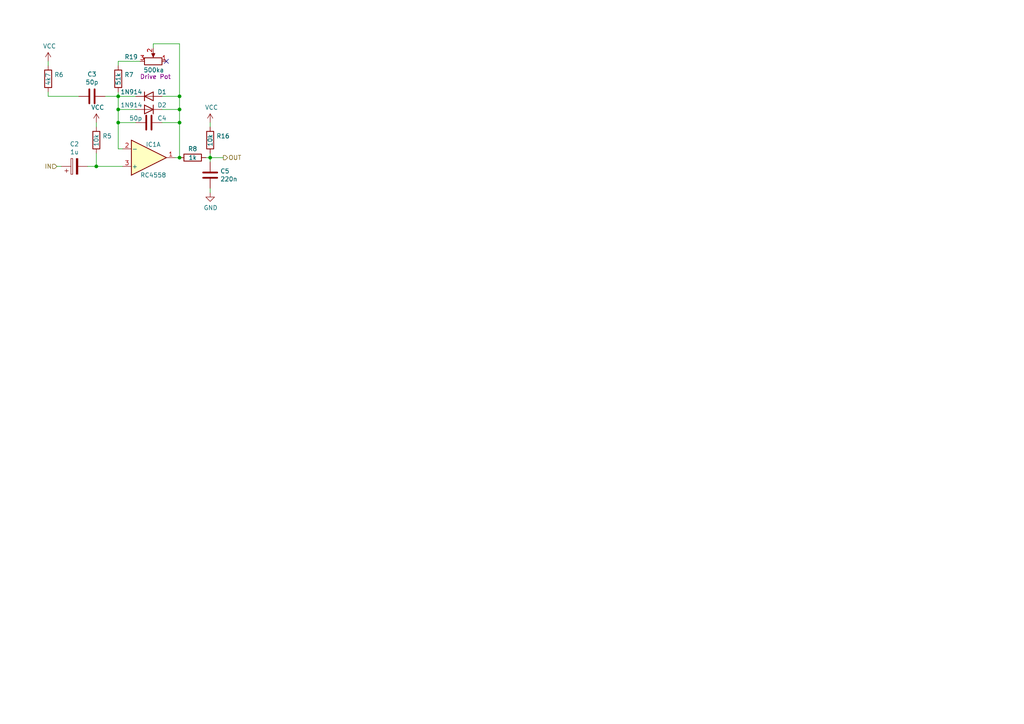
<source format=kicad_sch>
(kicad_sch (version 20211123) (generator eeschema)
  (paper "A4")
  (title_block (title "Screaming Panda Guitar Pedal") (date "2021-08-08") (rev "1v0") (company "John McAvoy"))
  (lib_symbols
    (symbol "Amplifier_Operational:RC4558" (pin_names (offset 0.127))
      (property "Reference" "U" (at 0 5.08 0))
      (property "Value" "RC4558" (at 0 -5.08 0))
      (symbol "RC4558_1_1"
        (polyline (pts (xy -5.08 5.08) (xy 5.08 0) (xy -5.08 -5.08) (xy -5.08 5.08)) (stroke (width 0.254)) (fill (type background)))
        (pin output line (at 7.62 0 180) (length 2.54) (name "~") (number "1"))
        (pin input line (at -7.62 -2.54 0) (length 2.54) (name "-") (number "2"))
        (pin input line (at -7.62 2.54 0) (length 2.54) (name "+") (number "3"))
      )
      (symbol "RC4558_2_1"
        (polyline (pts (xy -5.08 5.08) (xy 5.08 0) (xy -5.08 -5.08) (xy -5.08 5.08)) (stroke (width 0.254)) (fill (type background)))
        (pin input line (at -7.62 2.54 0) (length 2.54) (name "+") (number "5"))
        (pin input line (at -7.62 -2.54 0) (length 2.54) (name "-") (number "6"))
        (pin output line (at 7.62 0 180) (length 2.54) (name "~") (number "7"))
      )
      (symbol "RC4558_3_1"
        (pin power_in line (at -2.54 -7.62 90) (length 3.81) (name "V-") (number "4"))
        (pin power_in line (at -2.54 7.62 270) (length 3.81) (name "V+") (number "8"))
      )
    )
    (symbol "Device:C" (pin_numbers hide) (pin_names (offset 0.254))
      (property "Reference" "C" (at 0.635 2.54 0))
      (property "Value" "C" (at 0.635 -2.54 0))
      (symbol "C_0_1"
        (polyline (pts (xy -2.032 -0.762) (xy 2.032 -0.762)) (stroke (width 0.508)))
        (polyline (pts (xy -2.032 0.762) (xy 2.032 0.762)) (stroke (width 0.508)))
      )
      (symbol "C_1_1"
        (pin passive line (at 0 3.81 270) (length 2.794) (name "~") (number "1"))
        (pin passive line (at 0 -3.81 90) (length 2.794) (name "~") (number "2"))
      )
    )
    (symbol "Device:CP" (pin_numbers hide) (pin_names (offset 0.254))
      (property "Reference" "C" (at 0.635 2.54 0))
      (property "Value" "Device_CP" (at 0.635 -2.54 0))
      (symbol "CP_0_1"
        (rectangle (start -2.286 0.508) (end 2.286 1.016))
        (polyline (pts (xy -1.778 2.286) (xy -0.762 2.286)))
        (polyline (pts (xy -1.27 2.794) (xy -1.27 1.778)))
        (rectangle (start 2.286 -0.508) (end -2.286 -1.016) (fill (type outline)))
      )
      (symbol "CP_1_1"
        (pin passive line (at 0 3.81 270) (length 2.794) (name "~") (number "1"))
        (pin passive line (at 0 -3.81 90) (length 2.794) (name "~") (number "2"))
      )
    )
    (symbol "Device:R" (pin_numbers hide) (pin_names (offset 0))
      (property "Reference" "R" (at 2.032 0 90))
      (property "Value" "R" (at 0 0 90))
      (symbol "R_0_1"
        (rectangle (start -1.016 -2.54) (end 1.016 2.54) (stroke (width 0.254)))
      )
      (symbol "R_1_1"
        (pin passive line (at 0 3.81 270) (length 1.27) (name "~") (number "1"))
        (pin passive line (at 0 -3.81 90) (length 1.27) (name "~") (number "2"))
      )
    )
    (symbol "Device:R_POT" (pin_names (offset 1.016) hide)
      (property "Reference" "RV" (at -4.445 0 90))
      (property "Value" "Device_R_POT" (at -2.54 0 90))
      (symbol "R_POT_0_1"
        (polyline (pts (xy 2.54 0) (xy 1.524 0)))
        (polyline (pts (xy 1.143 0) (xy 2.286 0.508) (xy 2.286 -0.508) (xy 1.143 0)) (fill (type outline)))
        (rectangle (start 1.016 2.54) (end -1.016 -2.54) (stroke (width 0.254)))
      )
      (symbol "R_POT_1_1"
        (pin passive line (at 0 3.81 270) (length 1.27) (name "1") (number "1"))
        (pin passive line (at 3.81 0 180) (length 1.27) (name "2") (number "2"))
        (pin passive line (at 0 -3.81 90) (length 1.27) (name "3") (number "3"))
      )
    )
    (symbol "Diode:1N914" (pin_numbers hide) (pin_names (offset 1.016) hide)
      (property "Reference" "D" (at 0 2.54 0))
      (property "Value" "1N914" (at 0 -2.54 0))
      (symbol "1N914_0_1"
        (polyline (pts (xy -1.27 1.27) (xy -1.27 -1.27)) (stroke (width 0.254)))
        (polyline (pts (xy 1.27 0) (xy -1.27 0)))
        (polyline (pts (xy 1.27 1.27) (xy 1.27 -1.27) (xy -1.27 0) (xy 1.27 1.27)) (stroke (width 0.254)))
      )
      (symbol "1N914_1_1"
        (pin passive line (at -3.81 0 0) (length 2.54) (name "K") (number "1"))
        (pin passive line (at 3.81 0 180) (length 2.54) (name "A") (number "2"))
      )
    )
    (symbol "power:GND" (power) (pin_names (offset 0))
      (property "Value" "GND" (at 0 -3.81 0))
      (symbol "GND_0_1"
        (polyline (pts (xy 0 0) (xy 0 -1.27) (xy 1.27 -1.27) (xy 0 -2.54) (xy -1.27 -1.27) (xy 0 -1.27)))
      )
      (symbol "GND_1_1"
        (pin power_in line (at 0 0 270) (length 0) hide (name "GND") (number "1"))
      )
    )
    (symbol "power:VCC" (power) (pin_names (offset 0))
      (property "Value" "VCC" (at 0 3.81 0))
      (symbol "VCC_0_1"
        (polyline (pts (xy -0.762 1.27) (xy 0 2.54)))
        (polyline (pts (xy 0 0) (xy 0 2.54)))
        (polyline (pts (xy 0 2.54) (xy 0.762 1.27)))
      )
      (symbol "VCC_1_1"
        (pin power_in line (at 0 0 90) (length 0) hide (name "VCC") (number "1"))
      )
    )
  )
  (junction (at 52.07 31.75))
  (junction (at 52.07 45.72))
  (junction (at 27.94 48.26))
  (junction (at 52.07 35.56))
  (junction (at 60.96 45.72))
  (junction (at 34.29 27.94))
  (junction (at 34.29 31.75))
  (junction (at 34.29 35.56))
  (junction (at 52.07 27.94))
  (no_connect (at 48.26 17.78))
  (wire (pts (xy 27.94 36.83) (xy 27.94 35.56)))
  (wire (pts (xy 50.8 45.72) (xy 52.07 45.72)))
  (wire (pts (xy 40.64 17.78) (xy 34.29 17.78)))
  (wire (pts (xy 60.96 44.45) (xy 60.96 45.72)))
  (wire (pts (xy 34.29 35.56) (xy 39.37 35.56)))
  (wire (pts (xy 34.29 35.56) (xy 34.29 31.75)))
  (wire (pts (xy 64.77 45.72) (xy 60.96 45.72)))
  (wire (pts (xy 60.96 45.72) (xy 60.96 46.99)))
  (wire (pts (xy 39.37 31.75) (xy 34.29 31.75)))
  (wire (pts (xy 52.07 27.94) (xy 52.07 31.75)))
  (wire (pts (xy 60.96 35.56) (xy 60.96 36.83)))
  (wire (pts (xy 34.29 19.05) (xy 34.29 17.78)))
  (wire (pts (xy 59.69 45.72) (xy 60.96 45.72)))
  (wire (pts (xy 34.29 43.18) (xy 34.29 35.56)))
  (wire (pts (xy 34.29 31.75) (xy 34.29 27.94)))
  (wire (pts (xy 46.99 27.94) (xy 52.07 27.94)))
  (wire (pts (xy 46.99 35.56) (xy 52.07 35.56)))
  (wire (pts (xy 16.51 48.26) (xy 17.78 48.26)))
  (wire (pts (xy 52.07 35.56) (xy 52.07 45.72)))
  (wire (pts (xy 46.99 31.75) (xy 52.07 31.75)))
  (wire (pts (xy 34.29 27.94) (xy 34.29 26.67)))
  (wire (pts (xy 52.07 31.75) (xy 52.07 35.56)))
  (wire (pts (xy 34.29 27.94) (xy 30.48 27.94)))
  (wire (pts (xy 44.45 12.7) (xy 52.07 12.7)))
  (wire (pts (xy 39.37 27.94) (xy 34.29 27.94)))
  (wire (pts (xy 27.94 44.45) (xy 27.94 48.26)))
  (wire (pts (xy 13.97 19.05) (xy 13.97 17.78)))
  (wire (pts (xy 13.97 27.94) (xy 13.97 26.67)))
  (wire (pts (xy 22.86 27.94) (xy 13.97 27.94)))
  (wire (pts (xy 52.07 12.7) (xy 52.07 27.94)))
  (wire (pts (xy 27.94 48.26) (xy 35.56 48.26)))
  (wire (pts (xy 60.96 54.61) (xy 60.96 55.88)))
  (wire (pts (xy 35.56 43.18) (xy 34.29 43.18)))
  (wire (pts (xy 44.45 13.97) (xy 44.45 12.7)))
  (wire (pts (xy 25.4 48.26) (xy 27.94 48.26)))
  (hierarchical_label "IN" (shape input) (at 16.51 48.26 180))
  (hierarchical_label "OUT" (shape output) (at 64.77 45.72 0))
  (symbol (lib_id "Device:R_POT") (at 44.45 17.78 270) (mirror x) (unit 1)
    (property "Reference" "R19" (at 40.005 16.51 90) (effects (justify right)))
    (property "Value" "500ka" (at 47.625 20.32 90) (effects (justify right)))
    (property "Footprint" "j-mcavoy:75160-195-03LF" (effects hide))
    (property "Datasheet" "https://www.molex.com/pdm_docs/sd/901200160_sd.pdf" (effects hide))
    (property "Spice_Primitive" "X" (effects hide))
    (property "Spice_Model" "POTDrive" (effects hide))
    (property "Spice_Netlist_Enabled" "Y" (effects hide))
    (property "Spice_Lib_File" "../lib/kicad-library/spice_models/pots.lib" (effects hide))
    (property "Category" "Drive Pot" (at 45.085 22.225 90))
    (property "Digi-Key_PN" "75160-195-08LF" (effects hide))
    (property "MPN" "0901200160" (effects hide))
  )
  (symbol (lib_id "Device:CP") (at 21.59 48.26 90) (unit 1)
    (property "Reference" "C2" (at 21.59 41.783 90))
    (property "Value" "1u" (at 21.59 44.0944 90))
    (property "Footprint" "Capacitor_SMD:C_0805_2012Metric_Pad1.18x1.45mm_HandSolder" (effects hide))
    (property "Datasheet" "https://datasheet.octopart.com/C0805C105K4RACTU-KEMET-datasheet-149523919.pdf" (effects hide))
    (property "Spice_Primitive" "C" (effects hide))
    (property "Spice_Model" "1u" (effects hide))
    (property "Spice_Netlist_Enabled" "Y" (effects hide))
    (property "Digi-Key_PN" "0603ZD106KAT2A" (effects hide))
    (property "MPN" "C0805C105K4RACTU" (effects hide))
  )
  (symbol (lib_id "Amplifier_Operational:RC4558") (at 43.18 45.72 0) (mirror x) (unit 1)
    (property "Reference" "IC1" (at 44.45 41.91 0))
    (property "Value" "RC4558" (at 44.45 50.8 0))
    (property "Footprint" "j-mcavoy:SOIC-8-1EP_W3.9mm" (effects hide))
    (property "Datasheet" "http://www.ti.com/lit/ds/symlink/rc4558.pdf" (effects hide))
    (property "Spice_Primitive" "X" (effects hide))
    (property "Spice_Model" "RC4558" (effects hide))
    (property "Spice_Netlist_Enabled" "Y" (effects hide))
    (property "Spice_Lib_File" "../lib/kicad-library/spice_models/RC4558.301.lib" (effects hide))
    (property "Digi-Key_PN" "296-9650-5-ND" (effects hide))
    (property "MPN" "RC4558D" (effects hide))
  )
  (symbol (lib_id "Device:C") (at 43.18 35.56 90) (mirror x) (unit 1)
    (property "Reference" "C4" (at 46.99 34.29 90))
    (property "Value" "50p" (at 39.37 34.29 90))
    (property "Footprint" "Capacitor_SMD:C_0805_2012Metric_Pad1.18x1.45mm_HandSolder" (effects hide))
    (property "Datasheet" "https://datasheet.octopart.com/0805Y0500103KXT-Syfer-datasheet-8612536.pdf" (effects hide))
    (property "Spice_Primitive" "C" (effects hide))
    (property "Spice_Model" "50p" (effects hide))
    (property "Spice_Netlist_Enabled" "Y" (effects hide))
    (property "MPN" "0805Y0500103KXT" (effects hide))
    (property "Digi-Key_PN" "490-1256-6-ND" (effects hide))
  )
  (symbol (lib_id "Diode:1N914") (at 43.18 31.75 0) (mirror y) (unit 1)
    (property "Reference" "D2" (at 46.99 30.48 0))
    (property "Value" "1N914" (at 38.1 30.48 0))
    (property "Footprint" "Diode_THT:D_DO-35_SOD27_P5.08mm_Vertical_KathodeUp" (effects hide))
    (property "Datasheet" "https://datasheet.octopart.com/1N914-ON-Semiconductor-datasheet-42765246.pdf" (effects hide))
    (property "Spice_Lib_File" "../lib/kicad-library/spice_models/1N914.lib" (effects hide))
    (property "Spice_Primitive" "D" (effects hide))
    (property "Spice_Model" "D1N914" (effects hide))
    (property "Spice_Netlist_Enabled" "Y" (effects hide))
    (property "Spice_Node_Sequence" "2 1" (effects hide))
    (property "Digi-Key_PN" "1N914MS-ND" (effects hide))
    (property "MPN" "1N914" (effects hide))
  )
  (symbol (lib_id "Diode:1N914") (at 43.18 27.94 0) (unit 1)
    (property "Reference" "D1" (at 46.99 26.67 0))
    (property "Value" "1N914" (at 38.1 26.67 0))
    (property "Footprint" "Diode_THT:D_DO-35_SOD27_P5.08mm_Vertical_KathodeUp" (effects hide))
    (property "Datasheet" "https://datasheet.octopart.com/1N914-ON-Semiconductor-datasheet-42765246.pdf" (effects hide))
    (property "Spice_Primitive" "D" (effects hide))
    (property "Spice_Model" "D1N914" (effects hide))
    (property "Spice_Netlist_Enabled" "Y" (effects hide))
    (property "Spice_Lib_File" "../lib/kicad-library/spice_models/1N914.lib" (effects hide))
    (property "Spice_Node_Sequence" "2 1" (effects hide))
    (property "Digi-Key_PN" "1N914MS-ND" (effects hide))
    (property "MPN" "1N914" (effects hide))
  )
  (symbol (lib_id "Device:R") (at 34.29 22.86 0) (unit 1)
    (property "Reference" "R7" (at 36.068 21.6916 0) (effects (justify left)))
    (property "Value" "51k" (at 34.29 24.765 90) (effects (justify left)))
    (property "Footprint" "Resistor_SMD:R_0805_2012Metric_Pad1.20x1.40mm_HandSolder" (effects hide))
    (property "Datasheet" "https://datasheet.octopart.com/ERJ-6GEYJ513V-Panasonic-datasheet-61114972.pdf" (effects hide))
    (property "Digi-Key_PN" "RMCF1206FT51K0TR-ND" (effects hide))
    (property "MPN" "ERJ-6GEYJ513V" (effects hide))
  )
  (symbol (lib_id "Device:R") (at 55.88 45.72 270) (unit 1)
    (property "Reference" "R8" (at 55.88 43.18 90))
    (property "Value" "1k" (at 55.88 45.72 90))
    (property "Footprint" "Resistor_SMD:R_0805_2012Metric_Pad1.20x1.40mm_HandSolder" (effects hide))
    (property "Datasheet" "https://datasheet.octopart.com/ERA6AEB102V-Panasonic-datasheet-62287448.pdf" (effects hide))
    (property "Digi-Key_PN" "A130048TR-ND" (effects hide))
    (property "MPN" "ERA6AEB102V" (effects hide))
  )
  (symbol (lib_id "Device:R") (at 60.96 40.64 0) (unit 1)
    (property "Reference" "R16" (at 62.738 39.4716 0) (effects (justify left)))
    (property "Value" "10k" (at 60.96 42.545 90) (effects (justify left)))
    (property "Footprint" "Resistor_SMD:R_0805_2012Metric_Pad1.20x1.40mm_HandSolder" (effects hide))
    (property "Datasheet" "https://datasheet.octopart.com/ERJ-6GEYJ103V-Panasonic-datasheet-13266872.pdf" (effects hide))
    (property "Digi-Key_PN" "RG2012N-474-W-T1" (effects hide))
    (property "MPN" "ERJ-6GEYJ103V" (effects hide))
  )
  (symbol (lib_id "Device:C") (at 60.96 50.8 0) (unit 1)
    (property "Reference" "C5" (at 63.881 49.6316 0) (effects (justify left)))
    (property "Value" "220n" (at 63.881 51.943 0) (effects (justify left)))
    (property "Footprint" "Capacitor_SMD:C_0805_2012Metric_Pad1.18x1.45mm_HandSolder" (effects hide))
    (property "Datasheet" "https://datasheet.octopart.com/C0805C224K5RACTU-Kemet-datasheet-5313890.pdf" (effects hide))
    (property "Spice_Primitive" "C" (effects hide))
    (property "Spice_Model" "0.22uF" (effects hide))
    (property "Spice_Netlist_Enabled" "Y" (effects hide))
    (property "MPN" "C0805C224K5RACTU" (effects hide))
    (property "Digi-Key_PN" "732-7488-6-ND" (effects hide))
  )
  (symbol (lib_id "power:GND") (at 60.96 55.88 0) (unit 1)
    (property "Reference" "#PWR016" (effects hide))
    (property "Value" "GND" (at 61.087 60.2742 0))
  )
  (symbol (lib_id "Device:R") (at 27.94 40.64 0) (unit 1)
    (property "Reference" "R5" (at 29.718 39.4716 0) (effects (justify left)))
    (property "Value" "10k" (at 27.94 42.545 90) (effects (justify left)))
    (property "Footprint" "Resistor_SMD:R_0805_2012Metric_Pad1.20x1.40mm_HandSolder" (effects hide))
    (property "Datasheet" "https://datasheet.octopart.com/ERJ-6GEYJ103V-Panasonic-datasheet-13266872.pdf" (effects hide))
    (property "Digi-Key_PN" "RG2012N-474-W-T1" (effects hide))
    (property "MPN" "ERJ-6GEYJ103V" (effects hide))
  )
  (symbol (lib_id "power:VCC") (at 27.94 35.56 0) (unit 1)
    (property "Reference" "#PWR014" (effects hide))
    (property "Value" "VCC" (at 28.321 31.1658 0))
  )
  (symbol (lib_id "power:VCC") (at 60.96 35.56 0) (unit 1)
    (property "Reference" "#PWR015" (effects hide))
    (property "Value" "VCC" (at 61.341 31.1658 0))
  )
  (symbol (lib_id "power:VCC") (at 13.97 17.78 0) (unit 1)
    (property "Reference" "#PWR0111" (effects hide))
    (property "Value" "VCC" (at 14.351 13.3858 0))
  )
  (symbol (lib_id "Device:C") (at 26.67 27.94 270) (unit 1)
    (property "Reference" "C3" (at 26.67 21.5392 90))
    (property "Value" "50p" (at 26.67 23.8506 90))
    (property "Footprint" "Capacitor_SMD:C_0805_2012Metric_Pad1.18x1.45mm_HandSolder" (effects hide))
    (property "Datasheet" "https://datasheet.octopart.com/0805Y0500103KXT-Syfer-datasheet-8612536.pdf" (effects hide))
    (property "Spice_Primitive" "C" (effects hide))
    (property "Spice_Model" "50p" (effects hide))
    (property "Spice_Netlist_Enabled" "Y" (effects hide))
    (property "MPN" "0805Y0500103KXT" (effects hide))
    (property "Digi-Key_PN" "490-1256-6-ND" (effects hide))
  )
  (symbol (lib_id "Device:R") (at 13.97 22.86 0) (unit 1)
    (property "Reference" "R6" (at 15.748 21.6916 0) (effects (justify left)))
    (property "Value" "4k7" (at 13.97 24.765 90) (effects (justify left)))
    (property "Footprint" "Resistor_SMD:R_0805_2012Metric_Pad1.20x1.40mm_HandSolder" (effects hide))
    (property "Datasheet" "https://datasheet.octopart.com/ERJ-6GEYJ472V-Panasonic-datasheet-13266872.pdf" (effects hide))
    (property "Spice_Primitive" "R" (effects hide))
    (property "Spice_Model" "4.7k" (effects hide))
    (property "Spice_Netlist_Enabled" "Y" (effects hide))
    (property "Digi-Key_PN" "A129546TR-ND" (effects hide))
    (property "MPN" "ERJ-6GEYJ472V" (effects hide))
  )
)
</source>
